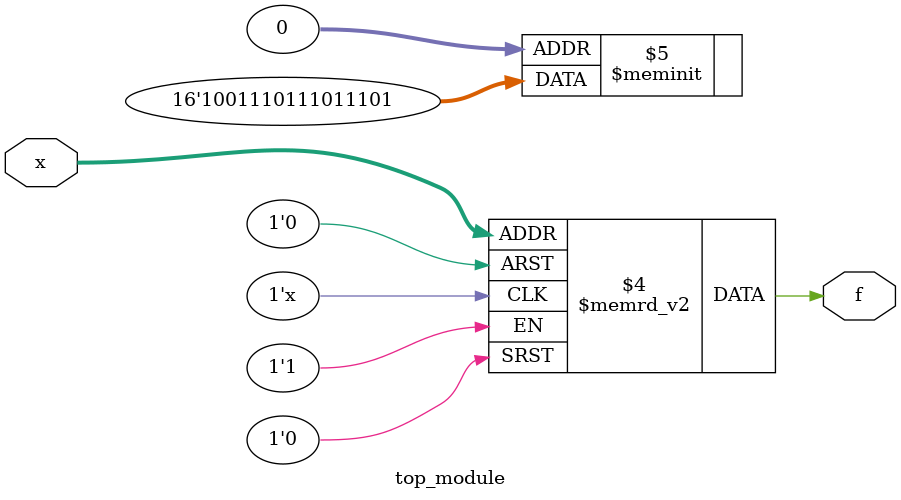
<source format=sv>
module top_module (
    input [4:1] x,
    output logic f
);

always_comb begin
    case ({x[4], x[3], x[2], x[1]})
        4'b0001: f = 0;
        4'b0011: f = 1;
        4'b0101: f = 0;
        4'b0111: f = 1;
        4'b1001: f = 0;
        4'b1011: f = 1;
        4'b1100: f = 1;
        4'b1101: f = 0;
        4'b1110: f = 0;
        4'b1111: f = 1;
        default: f = 1; // Treat don't-care cases as 1
    endcase
end

endmodule

</source>
